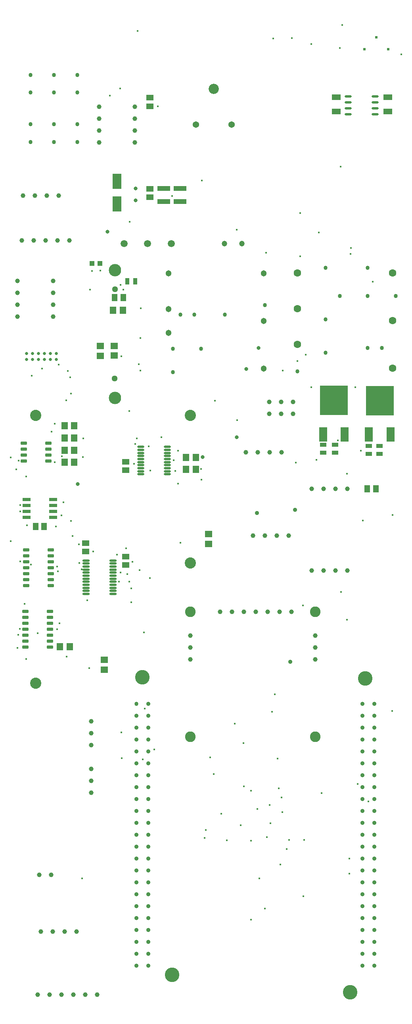
<source format=gbr>
G04 Layer_Color=8388736*
%FSLAX26Y26*%
%MOIN*%
%TF.FileFunction,Soldermask,Top*%
%TF.Part,Single*%
G01*
G75*
%TA.AperFunction,SMDPad,CuDef*%
%ADD23R,0.039370X0.039370*%
%ADD81R,0.045339X0.059118*%
G04:AMPARAMS|DCode=83|XSize=29.591mil|YSize=68.961mil|CornerRadius=3.919mil|HoleSize=0mil|Usage=FLASHONLY|Rotation=90.000|XOffset=0mil|YOffset=0mil|HoleType=Round|Shape=RoundedRectangle|*
%AMROUNDEDRECTD83*
21,1,0.029591,0.061122,0,0,90.0*
21,1,0.021752,0.068961,0,0,90.0*
1,1,0.007839,0.030561,0.010876*
1,1,0.007839,0.030561,-0.010876*
1,1,0.007839,-0.030561,-0.010876*
1,1,0.007839,-0.030561,0.010876*
%
%ADD83ROUNDEDRECTD83*%
%ADD84R,0.063055X0.053213*%
%ADD85R,0.053213X0.063055*%
%ADD87R,0.061087X0.049276*%
%ADD89R,0.049276X0.061087*%
%ADD90R,0.037465X0.055181*%
%ADD94R,0.106362X0.041402*%
%ADD99R,0.055181X0.037465*%
%ADD102R,0.066992X0.122110*%
%ADD103R,0.232346X0.248095*%
%TA.AperFunction,ComponentPad*%
%ADD109C,0.039433*%
%TA.AperFunction,ViaPad*%
%ADD110C,0.089000*%
%ADD111C,0.094000*%
%ADD112C,0.122110*%
%TA.AperFunction,ComponentPad*%
%ADD113C,0.059118*%
%ADD114C,0.047307*%
%TA.AperFunction,ViaPad*%
%ADD115C,0.034000*%
%TA.AperFunction,ComponentPad*%
%ADD116C,0.031559*%
%ADD117C,0.063055*%
%ADD118C,0.034000*%
%ADD119C,0.054000*%
%ADD120C,0.086000*%
%ADD121C,0.024000*%
%ADD122C,0.051244*%
%ADD123C,0.051244*%
%ADD124C,0.051000*%
%ADD125C,0.104000*%
%ADD126C,0.026268*%
%ADD127C,0.026268*%
%ADD128C,0.035496*%
%TA.AperFunction,ViaPad*%
%ADD129C,0.015811*%
%ADD130C,0.036000*%
%ADD131C,0.032000*%
%TA.AperFunction,SMDPad,CuDef*%
G04:AMPARAMS|DCode=132|XSize=25.654mil|YSize=53.213mil|CornerRadius=3.949mil|HoleSize=0mil|Usage=FLASHONLY|Rotation=270.000|XOffset=0mil|YOffset=0mil|HoleType=Round|Shape=RoundedRectangle|*
%AMROUNDEDRECTD132*
21,1,0.025654,0.045315,0,0,270.0*
21,1,0.017756,0.053213,0,0,270.0*
1,1,0.007898,-0.022657,-0.008878*
1,1,0.007898,-0.022657,0.008878*
1,1,0.007898,0.022657,0.008878*
1,1,0.007898,0.022657,-0.008878*
%
%ADD132ROUNDEDRECTD132*%
%ADD133R,0.074866X0.049276*%
%ADD134R,0.074000X0.129000*%
%ADD135O,0.059118X0.017779*%
%ADD136O,0.061118X0.019779*%
%ADD137O,0.063118X0.021779*%
D23*
X800400Y3795520D02*
D03*
X733470Y3795520D02*
D03*
D81*
X997104Y3510598D02*
D03*
X922300Y3510598D02*
D03*
X3119148Y1904298D02*
D03*
X3044344Y1904298D02*
D03*
D83*
X404584Y1663746D02*
D03*
X404584Y1713746D02*
D03*
X404584Y1763746D02*
D03*
X404584Y1813746D02*
D03*
X182144Y1663746D02*
D03*
X182144Y1713746D02*
D03*
X182144Y1763746D02*
D03*
X182144Y1813746D02*
D03*
D84*
X835668Y384252D02*
D03*
X835668Y466930D02*
D03*
X1711672Y1522410D02*
D03*
X1711672Y1439732D02*
D03*
X802222Y3020440D02*
D03*
X802222Y3103116D02*
D03*
X919668Y3021252D02*
D03*
X919668Y3103930D02*
D03*
D85*
X544348Y577528D02*
D03*
X461672Y577528D02*
D03*
X1523284Y2166896D02*
D03*
X1605960Y2166896D02*
D03*
X1523286Y2066898D02*
D03*
X1605964Y2066898D02*
D03*
X583718Y2431858D02*
D03*
X501040Y2431858D02*
D03*
X583718Y2329496D02*
D03*
X501040Y2329496D02*
D03*
X583718Y2124772D02*
D03*
X501040Y2124772D02*
D03*
X583718Y2227134D02*
D03*
X501040Y2227134D02*
D03*
X910488Y3404298D02*
D03*
X993166Y3404298D02*
D03*
D87*
X680174Y1376738D02*
D03*
X680174Y1447604D02*
D03*
X1219546Y5187762D02*
D03*
X1219546Y5116896D02*
D03*
X1015668Y2059158D02*
D03*
X1015668Y2130024D02*
D03*
X1217578Y4351148D02*
D03*
X1217578Y4422014D02*
D03*
X1014818Y1262566D02*
D03*
X1014818Y1333432D02*
D03*
D89*
X258914Y1585404D02*
D03*
X329780Y1585404D02*
D03*
D90*
X1028468Y3646518D02*
D03*
X1095398Y3646518D02*
D03*
D94*
X1335684Y4425952D02*
D03*
X1335684Y4315716D02*
D03*
X1473482Y4315718D02*
D03*
X1473482Y4425954D02*
D03*
D99*
X2774662Y2205478D02*
D03*
X2774662Y2272408D02*
D03*
X2676670Y2205126D02*
D03*
X2676670Y2272056D02*
D03*
X3148678Y2195636D02*
D03*
X3148678Y2262566D02*
D03*
X3060096Y2195638D02*
D03*
X3060096Y2262568D02*
D03*
D102*
X3060536Y2359810D02*
D03*
X3240852Y2359810D02*
D03*
X2674662Y2360992D02*
D03*
X2854976Y2360992D02*
D03*
D103*
X3150694Y2643274D02*
D03*
X2764818Y2644456D02*
D03*
D109*
X1810000Y870000D02*
D03*
X1910000Y870000D02*
D03*
X2010000Y870000D02*
D03*
X2110000Y870000D02*
D03*
X2310000Y870000D02*
D03*
X2410000Y870000D02*
D03*
X2210000Y870000D02*
D03*
X725000Y-450000D02*
D03*
X725000Y-550000D02*
D03*
X725000Y-650000D02*
D03*
X725000Y-50000D02*
D03*
X725000Y-150000D02*
D03*
X725000Y-250000D02*
D03*
X290002Y-1340000D02*
D03*
X390002Y-1340000D02*
D03*
X1560000Y670000D02*
D03*
X1560000Y570000D02*
D03*
X1560000Y470000D02*
D03*
X2610000Y670000D02*
D03*
X2610000Y570000D02*
D03*
X2610000Y470000D02*
D03*
X274660Y-2347670D02*
D03*
X374660Y-2347670D02*
D03*
X474660Y-2347670D02*
D03*
X574660Y-2347670D02*
D03*
X674660Y-2347670D02*
D03*
X774660Y-2347670D02*
D03*
X791986Y5111386D02*
D03*
X791986Y5011386D02*
D03*
X791986Y4911386D02*
D03*
X791986Y4811386D02*
D03*
X1091986Y5111386D02*
D03*
X1091986Y5011386D02*
D03*
X1091986Y4911386D02*
D03*
X1091986Y4811386D02*
D03*
X104980Y3648196D02*
D03*
X104980Y3548196D02*
D03*
X104980Y3448196D02*
D03*
X104980Y3348196D02*
D03*
X404980Y3648196D02*
D03*
X404980Y3548196D02*
D03*
X404980Y3448196D02*
D03*
X404980Y3348196D02*
D03*
X243364Y3988748D02*
D03*
X343364Y3988748D02*
D03*
X443364Y3988748D02*
D03*
X543364Y3988748D02*
D03*
X143364Y3988748D02*
D03*
X2877812Y1215322D02*
D03*
X2777812Y1215322D02*
D03*
X2677812Y1215322D02*
D03*
X2577812Y1215322D02*
D03*
X303600Y-1817158D02*
D03*
X403600Y-1817158D02*
D03*
X503600Y-1817158D02*
D03*
X603600Y-1817158D02*
D03*
X151828Y4364928D02*
D03*
X251828Y4364928D02*
D03*
X351828Y4364928D02*
D03*
X451828Y4364928D02*
D03*
X2877812Y1904298D02*
D03*
X2777812Y1904298D02*
D03*
X2677812Y1904298D02*
D03*
X2577812Y1904298D02*
D03*
X2326630Y2209416D02*
D03*
X2226630Y2209416D02*
D03*
X2126630Y2209416D02*
D03*
X2026630Y2209416D02*
D03*
X2385686Y1510598D02*
D03*
X2285686Y1510598D02*
D03*
X2185686Y1510598D02*
D03*
X2085686Y1510598D02*
D03*
X2223482Y2634220D02*
D03*
X2323482Y2634220D02*
D03*
X2423482Y2634220D02*
D03*
X2423482Y2534220D02*
D03*
X2323482Y2534220D02*
D03*
X2223482Y2534220D02*
D03*
D110*
X1560000Y870000D02*
D03*
X2610000Y-180000D02*
D03*
X2610000Y870000D02*
D03*
X1560000Y-180000D02*
D03*
D111*
X260000Y2520000D02*
D03*
X1560000Y2520000D02*
D03*
X260000Y270000D02*
D03*
X1560000Y1280000D02*
D03*
D112*
X2902616Y-2327984D02*
D03*
X1405670Y-2179410D02*
D03*
X1155670Y320590D02*
D03*
X3030568Y309810D02*
D03*
D113*
X1398086Y3963748D02*
D03*
X1001236Y3963748D02*
D03*
X1199662Y3963748D02*
D03*
D114*
X1993362Y3963748D02*
D03*
X1844544Y3963748D02*
D03*
D115*
X1411394Y2883550D02*
D03*
X1411394Y3080402D02*
D03*
X1647614Y3080402D02*
D03*
X1593560Y3365992D02*
D03*
X1475450Y3365992D02*
D03*
X1849464Y3365992D02*
D03*
X2184110Y3444732D02*
D03*
X2695922Y3759692D02*
D03*
X3050252Y3759692D02*
D03*
X3286472Y3523472D02*
D03*
X3050252Y3523472D02*
D03*
X2814032Y3523472D02*
D03*
X2695922Y3326622D02*
D03*
X2459702Y2888550D02*
D03*
X2695922Y3046032D02*
D03*
X3050252Y3085402D02*
D03*
X3168364Y3085402D02*
D03*
D116*
X1099464Y4424770D02*
D03*
X1099464Y4324770D02*
D03*
D117*
X3259702Y3715322D02*
D03*
X3259702Y3315322D02*
D03*
X3259702Y2915322D02*
D03*
X2459702Y3715322D02*
D03*
X2459702Y3115322D02*
D03*
X2459702Y3415322D02*
D03*
D118*
X609308Y4817684D02*
D03*
X609308Y4967290D02*
D03*
X412458Y4817684D02*
D03*
X412458Y4967290D02*
D03*
X412458Y5231070D02*
D03*
X412458Y5380676D02*
D03*
X215608Y4817684D02*
D03*
X215608Y4967290D02*
D03*
X215608Y5231070D02*
D03*
X215608Y5380676D02*
D03*
X609308Y5231070D02*
D03*
X609308Y5380676D02*
D03*
X1105670Y95590D02*
D03*
D119*
X1606300Y4963590D02*
D03*
X1906300Y4963590D02*
D03*
D120*
X1756300Y5263590D02*
D03*
D121*
X3021300Y5597590D02*
D03*
X3221300Y5597590D02*
D03*
X3121300Y5697590D02*
D03*
D122*
X2174268Y2911780D02*
D03*
X2174268Y3711780D02*
D03*
X1374268Y3211780D02*
D03*
X1374268Y3411780D02*
D03*
X1374268Y3711780D02*
D03*
D123*
X2174268Y3311780D02*
D03*
D124*
X922668Y2829212D02*
D03*
X924268Y3577812D02*
D03*
D125*
X924268Y3739712D02*
D03*
X924268Y2667312D02*
D03*
D126*
X430922Y3038158D02*
D03*
X380922Y3038158D02*
D03*
X330922Y3038158D02*
D03*
X280922Y3038158D02*
D03*
X230922Y3038158D02*
D03*
X180922Y3038158D02*
D03*
X430922Y2988158D02*
D03*
X330922Y2988158D02*
D03*
X280922Y2988158D02*
D03*
X230922Y2988158D02*
D03*
X380922Y2988158D02*
D03*
D127*
X180922Y2988158D02*
D03*
D128*
X3005670Y-2104410D02*
D03*
X3005670Y-2004410D02*
D03*
X3005670Y-1904410D02*
D03*
X3005670Y-1804410D02*
D03*
X3005670Y-1704410D02*
D03*
X3005670Y-1604410D02*
D03*
X3005670Y-1504410D02*
D03*
X3005670Y-1404410D02*
D03*
X3005670Y-1304410D02*
D03*
X3005670Y-1204410D02*
D03*
X3005670Y-1104410D02*
D03*
X3005670Y-1004410D02*
D03*
X3005670Y-904410D02*
D03*
X3005670Y-804410D02*
D03*
X3005670Y-704410D02*
D03*
X3005670Y-604410D02*
D03*
X3005670Y-504410D02*
D03*
X3005670Y-404410D02*
D03*
X3005670Y-304410D02*
D03*
X3005670Y-204410D02*
D03*
X3005670Y-104410D02*
D03*
X3005670Y-4410D02*
D03*
X3105670Y-2104410D02*
D03*
X3105670Y-2004410D02*
D03*
X3105670Y-1904410D02*
D03*
X3105670Y-1804410D02*
D03*
X3105670Y-1704410D02*
D03*
X3105670Y-1604410D02*
D03*
X3105670Y-1504410D02*
D03*
X3105670Y-1404410D02*
D03*
X3105670Y-1304410D02*
D03*
X3105670Y-1204410D02*
D03*
X3105670Y-1104410D02*
D03*
X3105670Y-1004410D02*
D03*
X3105670Y-904410D02*
D03*
X3105670Y-804410D02*
D03*
X3105670Y-704410D02*
D03*
X3105670Y-604410D02*
D03*
X3105670Y-504410D02*
D03*
X3105670Y-404410D02*
D03*
X3105670Y-304410D02*
D03*
X3105670Y-204410D02*
D03*
X3105670Y-104410D02*
D03*
X3105670Y-4410D02*
D03*
X3105670Y95590D02*
D03*
X3005670Y95590D02*
D03*
X1105670Y-2104410D02*
D03*
X1105670Y-2004410D02*
D03*
X1105670Y-1904410D02*
D03*
X1105670Y-1804410D02*
D03*
X1105670Y-1704410D02*
D03*
X1105670Y-1604410D02*
D03*
X1105670Y-1504410D02*
D03*
X1105670Y-1404410D02*
D03*
X1105670Y-1304410D02*
D03*
X1105670Y-1204410D02*
D03*
X1105670Y-1104410D02*
D03*
X1105670Y-1004410D02*
D03*
X1105670Y-904410D02*
D03*
X1105670Y-804410D02*
D03*
X1105670Y-704410D02*
D03*
X1105670Y-604410D02*
D03*
X1105670Y-504410D02*
D03*
X1105670Y-404410D02*
D03*
X1105670Y-304410D02*
D03*
X1105670Y-204410D02*
D03*
X1105670Y-104410D02*
D03*
X1105670Y-4410D02*
D03*
X1205670Y-2104410D02*
D03*
X1205670Y-2004410D02*
D03*
X1205670Y-1904410D02*
D03*
X1205670Y-1804410D02*
D03*
X1205670Y-1704410D02*
D03*
X1205670Y-1604410D02*
D03*
X1205670Y-1504410D02*
D03*
X1205670Y-1404410D02*
D03*
X1205670Y-1304410D02*
D03*
X1205670Y-1204410D02*
D03*
X1205670Y-1104410D02*
D03*
X1205670Y-1004410D02*
D03*
X1205670Y-904410D02*
D03*
X1205670Y-804410D02*
D03*
X1205670Y-704410D02*
D03*
X1205670Y-604410D02*
D03*
X1205670Y-504410D02*
D03*
X1205670Y-404410D02*
D03*
X1205670Y-304410D02*
D03*
X1205670Y-204410D02*
D03*
X1205670Y-104410D02*
D03*
X1205670Y-4410D02*
D03*
X1205670Y95590D02*
D03*
D129*
X709300Y397590D02*
D03*
X1175300Y55590D02*
D03*
X980300Y-144410D02*
D03*
X2326300Y-691410D02*
D03*
X1981300Y-925410D02*
D03*
X650000Y-1370000D02*
D03*
X2005670Y-234410D02*
D03*
X1125300Y2949590D02*
D03*
X2122364Y-787638D02*
D03*
X1817364Y-827638D02*
D03*
X2504882Y922362D02*
D03*
X1455670Y1945590D02*
D03*
X428902Y1586590D02*
D03*
X623670Y1437590D02*
D03*
X626670Y1279590D02*
D03*
X2389670Y-1048410D02*
D03*
X2515670Y-1047410D02*
D03*
X476920Y1678590D02*
D03*
X2638670Y4054590D02*
D03*
X2482670Y4220590D02*
D03*
X1207670Y2259590D02*
D03*
X392670Y2381590D02*
D03*
X419670Y2449590D02*
D03*
X1656300Y4491590D02*
D03*
X1096670Y2280590D02*
D03*
X1084670Y2113590D02*
D03*
X1219670Y1153590D02*
D03*
X1649670Y2070590D02*
D03*
X656670Y2170590D02*
D03*
X1950670Y2480590D02*
D03*
X2367670Y-1123410D02*
D03*
X1220670Y2054590D02*
D03*
X477670Y2174590D02*
D03*
X113244Y675952D02*
D03*
X94670Y2065590D02*
D03*
X129670Y1293590D02*
D03*
X2232670Y-907410D02*
D03*
X1283994Y5116896D02*
D03*
X179300Y471590D02*
D03*
X1044300Y1123590D02*
D03*
X2010300Y-597410D02*
D03*
X2663458Y-655252D02*
D03*
X2293300Y-364410D02*
D03*
X514300Y2644598D02*
D03*
X997104Y3576590D02*
D03*
X1139300Y2897590D02*
D03*
X2874300Y2029590D02*
D03*
X530300Y2893590D02*
D03*
X983300Y-359756D02*
D03*
X548580Y2838030D02*
D03*
X114300Y2140520D02*
D03*
X177300Y2006590D02*
D03*
X3010300Y1636590D02*
D03*
X2965300Y-576410D02*
D03*
X2067300Y-633410D02*
D03*
X2202300Y-1025088D02*
D03*
X2904300Y3875590D02*
D03*
X453300Y2944590D02*
D03*
X219300Y1265338D02*
D03*
X968300Y5266504D02*
D03*
X2617300Y2147590D02*
D03*
X2459702Y2975590D02*
D03*
X417300Y2127590D02*
D03*
X972300Y3615590D02*
D03*
X1169300Y694590D02*
D03*
X1109670Y2326590D02*
D03*
X104300Y565590D02*
D03*
X1949300Y4080590D02*
D03*
X2896300Y-1329410D02*
D03*
X2894646Y-1204756D02*
D03*
X1063756Y950590D02*
D03*
X2875300Y802590D02*
D03*
X517300Y491590D02*
D03*
X1404300Y4363188D02*
D03*
X3331300Y5553590D02*
D03*
X3257300Y1681858D02*
D03*
X2574670Y2756590D02*
D03*
X2574670Y5638590D02*
D03*
X2336670Y2896590D02*
D03*
X2412458Y5689732D02*
D03*
X2945670Y2757590D02*
D03*
X2254978Y5685794D02*
D03*
X2316002Y-1255152D02*
D03*
X2137300Y-1371410D02*
D03*
X646670Y1224590D02*
D03*
X164426Y935794D02*
D03*
X1756944Y-495410D02*
D03*
X1160300Y-369410D02*
D03*
X882300Y5207590D02*
D03*
X940670Y1349590D02*
D03*
X1018670Y1403590D02*
D03*
X1474300Y1449590D02*
D03*
X569348Y1505994D02*
D03*
X1680174Y-1030740D02*
D03*
X1866670Y-1049410D02*
D03*
X2333718Y-814206D02*
D03*
X437670Y723590D02*
D03*
X186670Y1594590D02*
D03*
X958718Y1121818D02*
D03*
X2302222Y-613418D02*
D03*
X2067670Y-1054410D02*
D03*
X2070300Y-1717748D02*
D03*
X3092300Y3641590D02*
D03*
X2821906Y4610992D02*
D03*
X2907670Y3927590D02*
D03*
X2443954Y2122802D02*
D03*
X1764300Y2642590D02*
D03*
X1117182Y5748786D02*
D03*
X313670Y2912590D02*
D03*
X125670Y725590D02*
D03*
X275670Y690590D02*
D03*
X491670Y1788590D02*
D03*
X438670Y1249590D02*
D03*
X1131670Y1219590D02*
D03*
X742670Y1376590D02*
D03*
X1688048Y-963812D02*
D03*
X1932670Y-69410D02*
D03*
X1062064Y1067684D02*
D03*
X2185718Y-1624410D02*
D03*
X2508324Y-1520386D02*
D03*
X1140804Y3420046D02*
D03*
X715608Y3577528D02*
D03*
X2816300Y5604590D02*
D03*
X2992484Y2221478D02*
D03*
X660490Y2325558D02*
D03*
X1049300Y4144590D02*
D03*
X1256300Y-288410D02*
D03*
X2269300Y175590D02*
D03*
X1455764Y2223196D02*
D03*
X2529300Y3027802D02*
D03*
X1651300Y1978590D02*
D03*
X1432142Y2053906D02*
D03*
X1045300Y2554590D02*
D03*
X128992Y1713354D02*
D03*
X2798300Y2308590D02*
D03*
X2245300Y29590D02*
D03*
X3254300Y35590D02*
D03*
X1314300Y2337590D02*
D03*
X692300Y964590D02*
D03*
X2826670Y1034590D02*
D03*
X2226300Y-754410D02*
D03*
X128992Y1764534D02*
D03*
X973300Y1198590D02*
D03*
X1071300Y1290590D02*
D03*
X1030568Y1185794D02*
D03*
X49300Y1461590D02*
D03*
X1726300Y-354410D02*
D03*
X49300Y2167590D02*
D03*
X3055300Y-722410D02*
D03*
X446300Y1208590D02*
D03*
X460300Y774378D02*
D03*
X554800Y2702090D02*
D03*
X2483300Y3854590D02*
D03*
X2195670Y3885590D02*
D03*
X978934Y3017520D02*
D03*
X1418934Y2142520D02*
D03*
X553934Y1632520D02*
D03*
X2836266Y5798280D02*
D03*
X1139300Y3168590D02*
D03*
X800934Y3736520D02*
D03*
X731934Y3731520D02*
D03*
X225922Y2854158D02*
D03*
D130*
X2400000Y450000D02*
D03*
X2120000Y1700000D02*
D03*
X2440000Y1725290D02*
D03*
D131*
X862670Y4062590D02*
D03*
X2130670Y3084590D02*
D03*
X2027670Y2908590D02*
D03*
X1661670Y2168590D02*
D03*
X1949670Y2334590D02*
D03*
X613670Y1943590D02*
D03*
D132*
X179388Y1389338D02*
D03*
X179388Y1339338D02*
D03*
X179388Y1289338D02*
D03*
X179388Y1239338D02*
D03*
X179388Y1189338D02*
D03*
X179388Y1139338D02*
D03*
X179388Y1089338D02*
D03*
X386080Y1389338D02*
D03*
X386080Y1339338D02*
D03*
X386080Y1289338D02*
D03*
X386080Y1239338D02*
D03*
X386080Y1189338D02*
D03*
X386080Y1139338D02*
D03*
X386080Y1089338D02*
D03*
X366198Y2136386D02*
D03*
X366198Y2186386D02*
D03*
X366198Y2236386D02*
D03*
X366198Y2286386D02*
D03*
X159504Y2136386D02*
D03*
X159504Y2186386D02*
D03*
X159504Y2236386D02*
D03*
X159504Y2286386D02*
D03*
X378008Y574378D02*
D03*
X378008Y624378D02*
D03*
X378008Y674378D02*
D03*
X378008Y724378D02*
D03*
X378008Y774378D02*
D03*
X378008Y824378D02*
D03*
X378008Y874378D02*
D03*
X171316Y574378D02*
D03*
X171316Y624378D02*
D03*
X171316Y674378D02*
D03*
X171316Y724378D02*
D03*
X171316Y774378D02*
D03*
X171316Y824378D02*
D03*
X171316Y874378D02*
D03*
D133*
X3217576Y5191700D02*
D03*
X3217576Y5073588D02*
D03*
X2784504Y5073590D02*
D03*
X2784504Y5191700D02*
D03*
D134*
X941986Y4485520D02*
D03*
X941986Y4295520D02*
D03*
D135*
X1367182Y2024574D02*
D03*
X1367182Y2050164D02*
D03*
X1367182Y2075756D02*
D03*
X1367182Y2101346D02*
D03*
X1367182Y2126936D02*
D03*
X1367182Y2152528D02*
D03*
X1367182Y2178118D02*
D03*
X1367182Y2203708D02*
D03*
X1367182Y2229298D02*
D03*
X1367182Y2254890D02*
D03*
X1140804Y2024574D02*
D03*
X1140804Y2050164D02*
D03*
X1140804Y2075756D02*
D03*
X1140804Y2101346D02*
D03*
X1140804Y2126936D02*
D03*
X1140804Y2152528D02*
D03*
X1140804Y2178118D02*
D03*
X1140804Y2203708D02*
D03*
X1140804Y2229298D02*
D03*
X1140804Y2254890D02*
D03*
X2887112Y5198590D02*
D03*
X2887112Y5148590D02*
D03*
X2887112Y5098590D02*
D03*
X2887112Y5048590D02*
D03*
X3113490Y5198590D02*
D03*
X3113490Y5148590D02*
D03*
X3113490Y5098590D02*
D03*
X3113490Y5048590D02*
D03*
D136*
X907536Y1019456D02*
D03*
X907536Y1045046D02*
D03*
X907536Y1070638D02*
D03*
X907536Y1096228D02*
D03*
X907536Y1121818D02*
D03*
X907536Y1147408D02*
D03*
X907536Y1173000D02*
D03*
X907536Y1198590D02*
D03*
X907536Y1249772D02*
D03*
X907536Y1275362D02*
D03*
X907536Y1300952D02*
D03*
X681158Y1019456D02*
D03*
X681158Y1045046D02*
D03*
X681158Y1070638D02*
D03*
X681158Y1096228D02*
D03*
X681158Y1121818D02*
D03*
X681158Y1147408D02*
D03*
X681158Y1173000D02*
D03*
X681158Y1198590D02*
D03*
X681158Y1224180D02*
D03*
X681158Y1249772D02*
D03*
X681158Y1275362D02*
D03*
X681158Y1300952D02*
D03*
D137*
X907536Y1224180D02*
D03*
%TF.MD5,947ad5a2b40422b9f171fac5f3355e57*%
M02*

</source>
